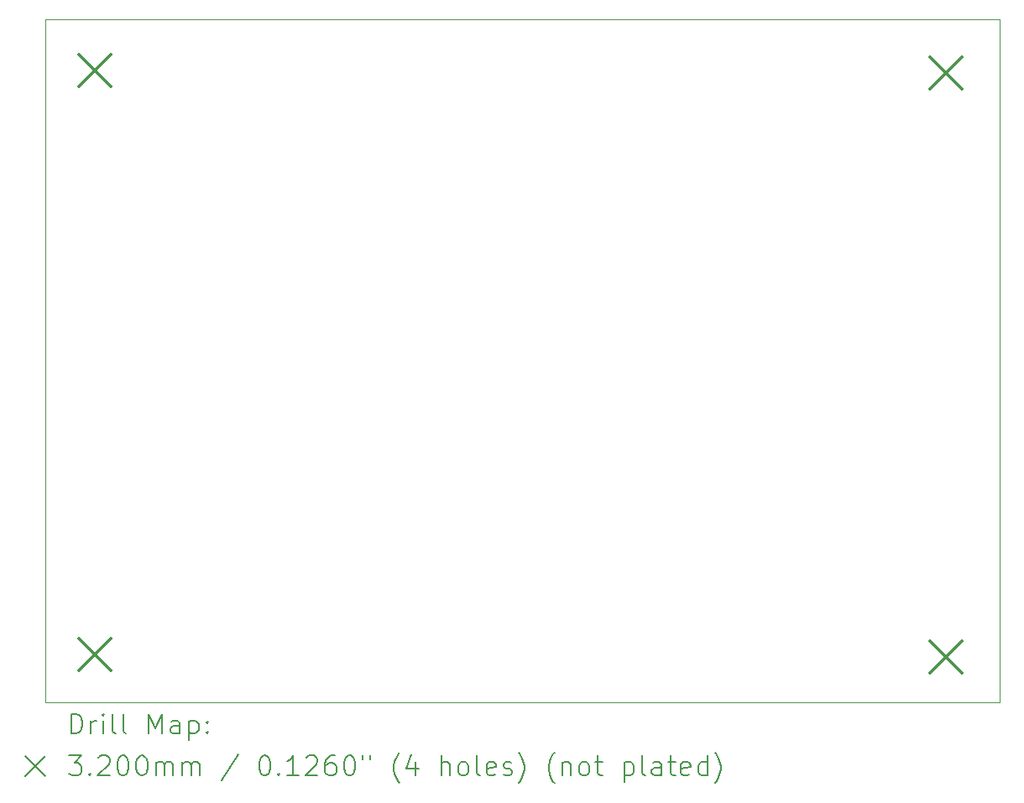
<source format=gbr>
%TF.GenerationSoftware,KiCad,Pcbnew,8.0.8*%
%TF.CreationDate,2025-04-07T15:17:33-05:00*%
%TF.ProjectId,finalproject,66696e61-6c70-4726-9f6a-6563742e6b69,rev?*%
%TF.SameCoordinates,Original*%
%TF.FileFunction,Drillmap*%
%TF.FilePolarity,Positive*%
%FSLAX45Y45*%
G04 Gerber Fmt 4.5, Leading zero omitted, Abs format (unit mm)*
G04 Created by KiCad (PCBNEW 8.0.8) date 2025-04-07 15:17:33*
%MOMM*%
%LPD*%
G01*
G04 APERTURE LIST*
%ADD10C,0.050000*%
%ADD11C,0.200000*%
%ADD12C,0.320000*%
G04 APERTURE END LIST*
D10*
X6743700Y-5664200D02*
X16370300Y-5664200D01*
X16370300Y-12560300D01*
X6743700Y-12560300D01*
X6743700Y-5664200D01*
D11*
D12*
X7079000Y-6024900D02*
X7399000Y-6344900D01*
X7399000Y-6024900D02*
X7079000Y-6344900D01*
X7079000Y-11917700D02*
X7399000Y-12237700D01*
X7399000Y-11917700D02*
X7079000Y-12237700D01*
X15664200Y-6050300D02*
X15984200Y-6370300D01*
X15984200Y-6050300D02*
X15664200Y-6370300D01*
X15664200Y-11943100D02*
X15984200Y-12263100D01*
X15984200Y-11943100D02*
X15664200Y-12263100D01*
D11*
X7001977Y-12874284D02*
X7001977Y-12674284D01*
X7001977Y-12674284D02*
X7049596Y-12674284D01*
X7049596Y-12674284D02*
X7078167Y-12683808D01*
X7078167Y-12683808D02*
X7097215Y-12702855D01*
X7097215Y-12702855D02*
X7106739Y-12721903D01*
X7106739Y-12721903D02*
X7116262Y-12759998D01*
X7116262Y-12759998D02*
X7116262Y-12788569D01*
X7116262Y-12788569D02*
X7106739Y-12826665D01*
X7106739Y-12826665D02*
X7097215Y-12845712D01*
X7097215Y-12845712D02*
X7078167Y-12864760D01*
X7078167Y-12864760D02*
X7049596Y-12874284D01*
X7049596Y-12874284D02*
X7001977Y-12874284D01*
X7201977Y-12874284D02*
X7201977Y-12740950D01*
X7201977Y-12779046D02*
X7211501Y-12759998D01*
X7211501Y-12759998D02*
X7221024Y-12750474D01*
X7221024Y-12750474D02*
X7240072Y-12740950D01*
X7240072Y-12740950D02*
X7259120Y-12740950D01*
X7325786Y-12874284D02*
X7325786Y-12740950D01*
X7325786Y-12674284D02*
X7316262Y-12683808D01*
X7316262Y-12683808D02*
X7325786Y-12693331D01*
X7325786Y-12693331D02*
X7335310Y-12683808D01*
X7335310Y-12683808D02*
X7325786Y-12674284D01*
X7325786Y-12674284D02*
X7325786Y-12693331D01*
X7449596Y-12874284D02*
X7430548Y-12864760D01*
X7430548Y-12864760D02*
X7421024Y-12845712D01*
X7421024Y-12845712D02*
X7421024Y-12674284D01*
X7554358Y-12874284D02*
X7535310Y-12864760D01*
X7535310Y-12864760D02*
X7525786Y-12845712D01*
X7525786Y-12845712D02*
X7525786Y-12674284D01*
X7782929Y-12874284D02*
X7782929Y-12674284D01*
X7782929Y-12674284D02*
X7849596Y-12817141D01*
X7849596Y-12817141D02*
X7916262Y-12674284D01*
X7916262Y-12674284D02*
X7916262Y-12874284D01*
X8097215Y-12874284D02*
X8097215Y-12769522D01*
X8097215Y-12769522D02*
X8087691Y-12750474D01*
X8087691Y-12750474D02*
X8068643Y-12740950D01*
X8068643Y-12740950D02*
X8030548Y-12740950D01*
X8030548Y-12740950D02*
X8011501Y-12750474D01*
X8097215Y-12864760D02*
X8078167Y-12874284D01*
X8078167Y-12874284D02*
X8030548Y-12874284D01*
X8030548Y-12874284D02*
X8011501Y-12864760D01*
X8011501Y-12864760D02*
X8001977Y-12845712D01*
X8001977Y-12845712D02*
X8001977Y-12826665D01*
X8001977Y-12826665D02*
X8011501Y-12807617D01*
X8011501Y-12807617D02*
X8030548Y-12798093D01*
X8030548Y-12798093D02*
X8078167Y-12798093D01*
X8078167Y-12798093D02*
X8097215Y-12788569D01*
X8192453Y-12740950D02*
X8192453Y-12940950D01*
X8192453Y-12750474D02*
X8211501Y-12740950D01*
X8211501Y-12740950D02*
X8249596Y-12740950D01*
X8249596Y-12740950D02*
X8268643Y-12750474D01*
X8268643Y-12750474D02*
X8278167Y-12759998D01*
X8278167Y-12759998D02*
X8287691Y-12779046D01*
X8287691Y-12779046D02*
X8287691Y-12836188D01*
X8287691Y-12836188D02*
X8278167Y-12855236D01*
X8278167Y-12855236D02*
X8268643Y-12864760D01*
X8268643Y-12864760D02*
X8249596Y-12874284D01*
X8249596Y-12874284D02*
X8211501Y-12874284D01*
X8211501Y-12874284D02*
X8192453Y-12864760D01*
X8373405Y-12855236D02*
X8382929Y-12864760D01*
X8382929Y-12864760D02*
X8373405Y-12874284D01*
X8373405Y-12874284D02*
X8363882Y-12864760D01*
X8363882Y-12864760D02*
X8373405Y-12855236D01*
X8373405Y-12855236D02*
X8373405Y-12874284D01*
X8373405Y-12750474D02*
X8382929Y-12759998D01*
X8382929Y-12759998D02*
X8373405Y-12769522D01*
X8373405Y-12769522D02*
X8363882Y-12759998D01*
X8363882Y-12759998D02*
X8373405Y-12750474D01*
X8373405Y-12750474D02*
X8373405Y-12769522D01*
X6541200Y-13102800D02*
X6741200Y-13302800D01*
X6741200Y-13102800D02*
X6541200Y-13302800D01*
X6982929Y-13094284D02*
X7106739Y-13094284D01*
X7106739Y-13094284D02*
X7040072Y-13170474D01*
X7040072Y-13170474D02*
X7068643Y-13170474D01*
X7068643Y-13170474D02*
X7087691Y-13179998D01*
X7087691Y-13179998D02*
X7097215Y-13189522D01*
X7097215Y-13189522D02*
X7106739Y-13208569D01*
X7106739Y-13208569D02*
X7106739Y-13256188D01*
X7106739Y-13256188D02*
X7097215Y-13275236D01*
X7097215Y-13275236D02*
X7087691Y-13284760D01*
X7087691Y-13284760D02*
X7068643Y-13294284D01*
X7068643Y-13294284D02*
X7011501Y-13294284D01*
X7011501Y-13294284D02*
X6992453Y-13284760D01*
X6992453Y-13284760D02*
X6982929Y-13275236D01*
X7192453Y-13275236D02*
X7201977Y-13284760D01*
X7201977Y-13284760D02*
X7192453Y-13294284D01*
X7192453Y-13294284D02*
X7182929Y-13284760D01*
X7182929Y-13284760D02*
X7192453Y-13275236D01*
X7192453Y-13275236D02*
X7192453Y-13294284D01*
X7278167Y-13113331D02*
X7287691Y-13103808D01*
X7287691Y-13103808D02*
X7306739Y-13094284D01*
X7306739Y-13094284D02*
X7354358Y-13094284D01*
X7354358Y-13094284D02*
X7373405Y-13103808D01*
X7373405Y-13103808D02*
X7382929Y-13113331D01*
X7382929Y-13113331D02*
X7392453Y-13132379D01*
X7392453Y-13132379D02*
X7392453Y-13151427D01*
X7392453Y-13151427D02*
X7382929Y-13179998D01*
X7382929Y-13179998D02*
X7268643Y-13294284D01*
X7268643Y-13294284D02*
X7392453Y-13294284D01*
X7516262Y-13094284D02*
X7535310Y-13094284D01*
X7535310Y-13094284D02*
X7554358Y-13103808D01*
X7554358Y-13103808D02*
X7563882Y-13113331D01*
X7563882Y-13113331D02*
X7573405Y-13132379D01*
X7573405Y-13132379D02*
X7582929Y-13170474D01*
X7582929Y-13170474D02*
X7582929Y-13218093D01*
X7582929Y-13218093D02*
X7573405Y-13256188D01*
X7573405Y-13256188D02*
X7563882Y-13275236D01*
X7563882Y-13275236D02*
X7554358Y-13284760D01*
X7554358Y-13284760D02*
X7535310Y-13294284D01*
X7535310Y-13294284D02*
X7516262Y-13294284D01*
X7516262Y-13294284D02*
X7497215Y-13284760D01*
X7497215Y-13284760D02*
X7487691Y-13275236D01*
X7487691Y-13275236D02*
X7478167Y-13256188D01*
X7478167Y-13256188D02*
X7468643Y-13218093D01*
X7468643Y-13218093D02*
X7468643Y-13170474D01*
X7468643Y-13170474D02*
X7478167Y-13132379D01*
X7478167Y-13132379D02*
X7487691Y-13113331D01*
X7487691Y-13113331D02*
X7497215Y-13103808D01*
X7497215Y-13103808D02*
X7516262Y-13094284D01*
X7706739Y-13094284D02*
X7725786Y-13094284D01*
X7725786Y-13094284D02*
X7744834Y-13103808D01*
X7744834Y-13103808D02*
X7754358Y-13113331D01*
X7754358Y-13113331D02*
X7763882Y-13132379D01*
X7763882Y-13132379D02*
X7773405Y-13170474D01*
X7773405Y-13170474D02*
X7773405Y-13218093D01*
X7773405Y-13218093D02*
X7763882Y-13256188D01*
X7763882Y-13256188D02*
X7754358Y-13275236D01*
X7754358Y-13275236D02*
X7744834Y-13284760D01*
X7744834Y-13284760D02*
X7725786Y-13294284D01*
X7725786Y-13294284D02*
X7706739Y-13294284D01*
X7706739Y-13294284D02*
X7687691Y-13284760D01*
X7687691Y-13284760D02*
X7678167Y-13275236D01*
X7678167Y-13275236D02*
X7668643Y-13256188D01*
X7668643Y-13256188D02*
X7659120Y-13218093D01*
X7659120Y-13218093D02*
X7659120Y-13170474D01*
X7659120Y-13170474D02*
X7668643Y-13132379D01*
X7668643Y-13132379D02*
X7678167Y-13113331D01*
X7678167Y-13113331D02*
X7687691Y-13103808D01*
X7687691Y-13103808D02*
X7706739Y-13094284D01*
X7859120Y-13294284D02*
X7859120Y-13160950D01*
X7859120Y-13179998D02*
X7868643Y-13170474D01*
X7868643Y-13170474D02*
X7887691Y-13160950D01*
X7887691Y-13160950D02*
X7916263Y-13160950D01*
X7916263Y-13160950D02*
X7935310Y-13170474D01*
X7935310Y-13170474D02*
X7944834Y-13189522D01*
X7944834Y-13189522D02*
X7944834Y-13294284D01*
X7944834Y-13189522D02*
X7954358Y-13170474D01*
X7954358Y-13170474D02*
X7973405Y-13160950D01*
X7973405Y-13160950D02*
X8001977Y-13160950D01*
X8001977Y-13160950D02*
X8021024Y-13170474D01*
X8021024Y-13170474D02*
X8030548Y-13189522D01*
X8030548Y-13189522D02*
X8030548Y-13294284D01*
X8125786Y-13294284D02*
X8125786Y-13160950D01*
X8125786Y-13179998D02*
X8135310Y-13170474D01*
X8135310Y-13170474D02*
X8154358Y-13160950D01*
X8154358Y-13160950D02*
X8182929Y-13160950D01*
X8182929Y-13160950D02*
X8201977Y-13170474D01*
X8201977Y-13170474D02*
X8211501Y-13189522D01*
X8211501Y-13189522D02*
X8211501Y-13294284D01*
X8211501Y-13189522D02*
X8221024Y-13170474D01*
X8221024Y-13170474D02*
X8240072Y-13160950D01*
X8240072Y-13160950D02*
X8268643Y-13160950D01*
X8268643Y-13160950D02*
X8287691Y-13170474D01*
X8287691Y-13170474D02*
X8297215Y-13189522D01*
X8297215Y-13189522D02*
X8297215Y-13294284D01*
X8687691Y-13084760D02*
X8516263Y-13341903D01*
X8944834Y-13094284D02*
X8963882Y-13094284D01*
X8963882Y-13094284D02*
X8982929Y-13103808D01*
X8982929Y-13103808D02*
X8992453Y-13113331D01*
X8992453Y-13113331D02*
X9001977Y-13132379D01*
X9001977Y-13132379D02*
X9011501Y-13170474D01*
X9011501Y-13170474D02*
X9011501Y-13218093D01*
X9011501Y-13218093D02*
X9001977Y-13256188D01*
X9001977Y-13256188D02*
X8992453Y-13275236D01*
X8992453Y-13275236D02*
X8982929Y-13284760D01*
X8982929Y-13284760D02*
X8963882Y-13294284D01*
X8963882Y-13294284D02*
X8944834Y-13294284D01*
X8944834Y-13294284D02*
X8925787Y-13284760D01*
X8925787Y-13284760D02*
X8916263Y-13275236D01*
X8916263Y-13275236D02*
X8906739Y-13256188D01*
X8906739Y-13256188D02*
X8897215Y-13218093D01*
X8897215Y-13218093D02*
X8897215Y-13170474D01*
X8897215Y-13170474D02*
X8906739Y-13132379D01*
X8906739Y-13132379D02*
X8916263Y-13113331D01*
X8916263Y-13113331D02*
X8925787Y-13103808D01*
X8925787Y-13103808D02*
X8944834Y-13094284D01*
X9097215Y-13275236D02*
X9106739Y-13284760D01*
X9106739Y-13284760D02*
X9097215Y-13294284D01*
X9097215Y-13294284D02*
X9087691Y-13284760D01*
X9087691Y-13284760D02*
X9097215Y-13275236D01*
X9097215Y-13275236D02*
X9097215Y-13294284D01*
X9297215Y-13294284D02*
X9182929Y-13294284D01*
X9240072Y-13294284D02*
X9240072Y-13094284D01*
X9240072Y-13094284D02*
X9221025Y-13122855D01*
X9221025Y-13122855D02*
X9201977Y-13141903D01*
X9201977Y-13141903D02*
X9182929Y-13151427D01*
X9373406Y-13113331D02*
X9382929Y-13103808D01*
X9382929Y-13103808D02*
X9401977Y-13094284D01*
X9401977Y-13094284D02*
X9449596Y-13094284D01*
X9449596Y-13094284D02*
X9468644Y-13103808D01*
X9468644Y-13103808D02*
X9478168Y-13113331D01*
X9478168Y-13113331D02*
X9487691Y-13132379D01*
X9487691Y-13132379D02*
X9487691Y-13151427D01*
X9487691Y-13151427D02*
X9478168Y-13179998D01*
X9478168Y-13179998D02*
X9363882Y-13294284D01*
X9363882Y-13294284D02*
X9487691Y-13294284D01*
X9659120Y-13094284D02*
X9621025Y-13094284D01*
X9621025Y-13094284D02*
X9601977Y-13103808D01*
X9601977Y-13103808D02*
X9592453Y-13113331D01*
X9592453Y-13113331D02*
X9573406Y-13141903D01*
X9573406Y-13141903D02*
X9563882Y-13179998D01*
X9563882Y-13179998D02*
X9563882Y-13256188D01*
X9563882Y-13256188D02*
X9573406Y-13275236D01*
X9573406Y-13275236D02*
X9582929Y-13284760D01*
X9582929Y-13284760D02*
X9601977Y-13294284D01*
X9601977Y-13294284D02*
X9640072Y-13294284D01*
X9640072Y-13294284D02*
X9659120Y-13284760D01*
X9659120Y-13284760D02*
X9668644Y-13275236D01*
X9668644Y-13275236D02*
X9678168Y-13256188D01*
X9678168Y-13256188D02*
X9678168Y-13208569D01*
X9678168Y-13208569D02*
X9668644Y-13189522D01*
X9668644Y-13189522D02*
X9659120Y-13179998D01*
X9659120Y-13179998D02*
X9640072Y-13170474D01*
X9640072Y-13170474D02*
X9601977Y-13170474D01*
X9601977Y-13170474D02*
X9582929Y-13179998D01*
X9582929Y-13179998D02*
X9573406Y-13189522D01*
X9573406Y-13189522D02*
X9563882Y-13208569D01*
X9801977Y-13094284D02*
X9821025Y-13094284D01*
X9821025Y-13094284D02*
X9840072Y-13103808D01*
X9840072Y-13103808D02*
X9849596Y-13113331D01*
X9849596Y-13113331D02*
X9859120Y-13132379D01*
X9859120Y-13132379D02*
X9868644Y-13170474D01*
X9868644Y-13170474D02*
X9868644Y-13218093D01*
X9868644Y-13218093D02*
X9859120Y-13256188D01*
X9859120Y-13256188D02*
X9849596Y-13275236D01*
X9849596Y-13275236D02*
X9840072Y-13284760D01*
X9840072Y-13284760D02*
X9821025Y-13294284D01*
X9821025Y-13294284D02*
X9801977Y-13294284D01*
X9801977Y-13294284D02*
X9782929Y-13284760D01*
X9782929Y-13284760D02*
X9773406Y-13275236D01*
X9773406Y-13275236D02*
X9763882Y-13256188D01*
X9763882Y-13256188D02*
X9754358Y-13218093D01*
X9754358Y-13218093D02*
X9754358Y-13170474D01*
X9754358Y-13170474D02*
X9763882Y-13132379D01*
X9763882Y-13132379D02*
X9773406Y-13113331D01*
X9773406Y-13113331D02*
X9782929Y-13103808D01*
X9782929Y-13103808D02*
X9801977Y-13094284D01*
X9944834Y-13094284D02*
X9944834Y-13132379D01*
X10021025Y-13094284D02*
X10021025Y-13132379D01*
X10316263Y-13370474D02*
X10306739Y-13360950D01*
X10306739Y-13360950D02*
X10287691Y-13332379D01*
X10287691Y-13332379D02*
X10278168Y-13313331D01*
X10278168Y-13313331D02*
X10268644Y-13284760D01*
X10268644Y-13284760D02*
X10259120Y-13237141D01*
X10259120Y-13237141D02*
X10259120Y-13199046D01*
X10259120Y-13199046D02*
X10268644Y-13151427D01*
X10268644Y-13151427D02*
X10278168Y-13122855D01*
X10278168Y-13122855D02*
X10287691Y-13103808D01*
X10287691Y-13103808D02*
X10306739Y-13075236D01*
X10306739Y-13075236D02*
X10316263Y-13065712D01*
X10478168Y-13160950D02*
X10478168Y-13294284D01*
X10430549Y-13084760D02*
X10382930Y-13227617D01*
X10382930Y-13227617D02*
X10506739Y-13227617D01*
X10735311Y-13294284D02*
X10735311Y-13094284D01*
X10821025Y-13294284D02*
X10821025Y-13189522D01*
X10821025Y-13189522D02*
X10811501Y-13170474D01*
X10811501Y-13170474D02*
X10792453Y-13160950D01*
X10792453Y-13160950D02*
X10763882Y-13160950D01*
X10763882Y-13160950D02*
X10744834Y-13170474D01*
X10744834Y-13170474D02*
X10735311Y-13179998D01*
X10944834Y-13294284D02*
X10925787Y-13284760D01*
X10925787Y-13284760D02*
X10916263Y-13275236D01*
X10916263Y-13275236D02*
X10906739Y-13256188D01*
X10906739Y-13256188D02*
X10906739Y-13199046D01*
X10906739Y-13199046D02*
X10916263Y-13179998D01*
X10916263Y-13179998D02*
X10925787Y-13170474D01*
X10925787Y-13170474D02*
X10944834Y-13160950D01*
X10944834Y-13160950D02*
X10973406Y-13160950D01*
X10973406Y-13160950D02*
X10992453Y-13170474D01*
X10992453Y-13170474D02*
X11001977Y-13179998D01*
X11001977Y-13179998D02*
X11011501Y-13199046D01*
X11011501Y-13199046D02*
X11011501Y-13256188D01*
X11011501Y-13256188D02*
X11001977Y-13275236D01*
X11001977Y-13275236D02*
X10992453Y-13284760D01*
X10992453Y-13284760D02*
X10973406Y-13294284D01*
X10973406Y-13294284D02*
X10944834Y-13294284D01*
X11125787Y-13294284D02*
X11106739Y-13284760D01*
X11106739Y-13284760D02*
X11097215Y-13265712D01*
X11097215Y-13265712D02*
X11097215Y-13094284D01*
X11278168Y-13284760D02*
X11259120Y-13294284D01*
X11259120Y-13294284D02*
X11221025Y-13294284D01*
X11221025Y-13294284D02*
X11201977Y-13284760D01*
X11201977Y-13284760D02*
X11192453Y-13265712D01*
X11192453Y-13265712D02*
X11192453Y-13189522D01*
X11192453Y-13189522D02*
X11201977Y-13170474D01*
X11201977Y-13170474D02*
X11221025Y-13160950D01*
X11221025Y-13160950D02*
X11259120Y-13160950D01*
X11259120Y-13160950D02*
X11278168Y-13170474D01*
X11278168Y-13170474D02*
X11287691Y-13189522D01*
X11287691Y-13189522D02*
X11287691Y-13208569D01*
X11287691Y-13208569D02*
X11192453Y-13227617D01*
X11363882Y-13284760D02*
X11382930Y-13294284D01*
X11382930Y-13294284D02*
X11421025Y-13294284D01*
X11421025Y-13294284D02*
X11440072Y-13284760D01*
X11440072Y-13284760D02*
X11449596Y-13265712D01*
X11449596Y-13265712D02*
X11449596Y-13256188D01*
X11449596Y-13256188D02*
X11440072Y-13237141D01*
X11440072Y-13237141D02*
X11421025Y-13227617D01*
X11421025Y-13227617D02*
X11392453Y-13227617D01*
X11392453Y-13227617D02*
X11373406Y-13218093D01*
X11373406Y-13218093D02*
X11363882Y-13199046D01*
X11363882Y-13199046D02*
X11363882Y-13189522D01*
X11363882Y-13189522D02*
X11373406Y-13170474D01*
X11373406Y-13170474D02*
X11392453Y-13160950D01*
X11392453Y-13160950D02*
X11421025Y-13160950D01*
X11421025Y-13160950D02*
X11440072Y-13170474D01*
X11516263Y-13370474D02*
X11525787Y-13360950D01*
X11525787Y-13360950D02*
X11544834Y-13332379D01*
X11544834Y-13332379D02*
X11554358Y-13313331D01*
X11554358Y-13313331D02*
X11563882Y-13284760D01*
X11563882Y-13284760D02*
X11573406Y-13237141D01*
X11573406Y-13237141D02*
X11573406Y-13199046D01*
X11573406Y-13199046D02*
X11563882Y-13151427D01*
X11563882Y-13151427D02*
X11554358Y-13122855D01*
X11554358Y-13122855D02*
X11544834Y-13103808D01*
X11544834Y-13103808D02*
X11525787Y-13075236D01*
X11525787Y-13075236D02*
X11516263Y-13065712D01*
X11878168Y-13370474D02*
X11868644Y-13360950D01*
X11868644Y-13360950D02*
X11849596Y-13332379D01*
X11849596Y-13332379D02*
X11840072Y-13313331D01*
X11840072Y-13313331D02*
X11830549Y-13284760D01*
X11830549Y-13284760D02*
X11821025Y-13237141D01*
X11821025Y-13237141D02*
X11821025Y-13199046D01*
X11821025Y-13199046D02*
X11830549Y-13151427D01*
X11830549Y-13151427D02*
X11840072Y-13122855D01*
X11840072Y-13122855D02*
X11849596Y-13103808D01*
X11849596Y-13103808D02*
X11868644Y-13075236D01*
X11868644Y-13075236D02*
X11878168Y-13065712D01*
X11954358Y-13160950D02*
X11954358Y-13294284D01*
X11954358Y-13179998D02*
X11963882Y-13170474D01*
X11963882Y-13170474D02*
X11982930Y-13160950D01*
X11982930Y-13160950D02*
X12011501Y-13160950D01*
X12011501Y-13160950D02*
X12030549Y-13170474D01*
X12030549Y-13170474D02*
X12040072Y-13189522D01*
X12040072Y-13189522D02*
X12040072Y-13294284D01*
X12163882Y-13294284D02*
X12144834Y-13284760D01*
X12144834Y-13284760D02*
X12135311Y-13275236D01*
X12135311Y-13275236D02*
X12125787Y-13256188D01*
X12125787Y-13256188D02*
X12125787Y-13199046D01*
X12125787Y-13199046D02*
X12135311Y-13179998D01*
X12135311Y-13179998D02*
X12144834Y-13170474D01*
X12144834Y-13170474D02*
X12163882Y-13160950D01*
X12163882Y-13160950D02*
X12192453Y-13160950D01*
X12192453Y-13160950D02*
X12211501Y-13170474D01*
X12211501Y-13170474D02*
X12221025Y-13179998D01*
X12221025Y-13179998D02*
X12230549Y-13199046D01*
X12230549Y-13199046D02*
X12230549Y-13256188D01*
X12230549Y-13256188D02*
X12221025Y-13275236D01*
X12221025Y-13275236D02*
X12211501Y-13284760D01*
X12211501Y-13284760D02*
X12192453Y-13294284D01*
X12192453Y-13294284D02*
X12163882Y-13294284D01*
X12287692Y-13160950D02*
X12363882Y-13160950D01*
X12316263Y-13094284D02*
X12316263Y-13265712D01*
X12316263Y-13265712D02*
X12325787Y-13284760D01*
X12325787Y-13284760D02*
X12344834Y-13294284D01*
X12344834Y-13294284D02*
X12363882Y-13294284D01*
X12582930Y-13160950D02*
X12582930Y-13360950D01*
X12582930Y-13170474D02*
X12601977Y-13160950D01*
X12601977Y-13160950D02*
X12640073Y-13160950D01*
X12640073Y-13160950D02*
X12659120Y-13170474D01*
X12659120Y-13170474D02*
X12668644Y-13179998D01*
X12668644Y-13179998D02*
X12678168Y-13199046D01*
X12678168Y-13199046D02*
X12678168Y-13256188D01*
X12678168Y-13256188D02*
X12668644Y-13275236D01*
X12668644Y-13275236D02*
X12659120Y-13284760D01*
X12659120Y-13284760D02*
X12640073Y-13294284D01*
X12640073Y-13294284D02*
X12601977Y-13294284D01*
X12601977Y-13294284D02*
X12582930Y-13284760D01*
X12792453Y-13294284D02*
X12773406Y-13284760D01*
X12773406Y-13284760D02*
X12763882Y-13265712D01*
X12763882Y-13265712D02*
X12763882Y-13094284D01*
X12954358Y-13294284D02*
X12954358Y-13189522D01*
X12954358Y-13189522D02*
X12944834Y-13170474D01*
X12944834Y-13170474D02*
X12925787Y-13160950D01*
X12925787Y-13160950D02*
X12887692Y-13160950D01*
X12887692Y-13160950D02*
X12868644Y-13170474D01*
X12954358Y-13284760D02*
X12935311Y-13294284D01*
X12935311Y-13294284D02*
X12887692Y-13294284D01*
X12887692Y-13294284D02*
X12868644Y-13284760D01*
X12868644Y-13284760D02*
X12859120Y-13265712D01*
X12859120Y-13265712D02*
X12859120Y-13246665D01*
X12859120Y-13246665D02*
X12868644Y-13227617D01*
X12868644Y-13227617D02*
X12887692Y-13218093D01*
X12887692Y-13218093D02*
X12935311Y-13218093D01*
X12935311Y-13218093D02*
X12954358Y-13208569D01*
X13021025Y-13160950D02*
X13097215Y-13160950D01*
X13049596Y-13094284D02*
X13049596Y-13265712D01*
X13049596Y-13265712D02*
X13059120Y-13284760D01*
X13059120Y-13284760D02*
X13078168Y-13294284D01*
X13078168Y-13294284D02*
X13097215Y-13294284D01*
X13240073Y-13284760D02*
X13221025Y-13294284D01*
X13221025Y-13294284D02*
X13182930Y-13294284D01*
X13182930Y-13294284D02*
X13163882Y-13284760D01*
X13163882Y-13284760D02*
X13154358Y-13265712D01*
X13154358Y-13265712D02*
X13154358Y-13189522D01*
X13154358Y-13189522D02*
X13163882Y-13170474D01*
X13163882Y-13170474D02*
X13182930Y-13160950D01*
X13182930Y-13160950D02*
X13221025Y-13160950D01*
X13221025Y-13160950D02*
X13240073Y-13170474D01*
X13240073Y-13170474D02*
X13249596Y-13189522D01*
X13249596Y-13189522D02*
X13249596Y-13208569D01*
X13249596Y-13208569D02*
X13154358Y-13227617D01*
X13421025Y-13294284D02*
X13421025Y-13094284D01*
X13421025Y-13284760D02*
X13401977Y-13294284D01*
X13401977Y-13294284D02*
X13363882Y-13294284D01*
X13363882Y-13294284D02*
X13344834Y-13284760D01*
X13344834Y-13284760D02*
X13335311Y-13275236D01*
X13335311Y-13275236D02*
X13325787Y-13256188D01*
X13325787Y-13256188D02*
X13325787Y-13199046D01*
X13325787Y-13199046D02*
X13335311Y-13179998D01*
X13335311Y-13179998D02*
X13344834Y-13170474D01*
X13344834Y-13170474D02*
X13363882Y-13160950D01*
X13363882Y-13160950D02*
X13401977Y-13160950D01*
X13401977Y-13160950D02*
X13421025Y-13170474D01*
X13497215Y-13370474D02*
X13506739Y-13360950D01*
X13506739Y-13360950D02*
X13525787Y-13332379D01*
X13525787Y-13332379D02*
X13535311Y-13313331D01*
X13535311Y-13313331D02*
X13544834Y-13284760D01*
X13544834Y-13284760D02*
X13554358Y-13237141D01*
X13554358Y-13237141D02*
X13554358Y-13199046D01*
X13554358Y-13199046D02*
X13544834Y-13151427D01*
X13544834Y-13151427D02*
X13535311Y-13122855D01*
X13535311Y-13122855D02*
X13525787Y-13103808D01*
X13525787Y-13103808D02*
X13506739Y-13075236D01*
X13506739Y-13075236D02*
X13497215Y-13065712D01*
M02*

</source>
